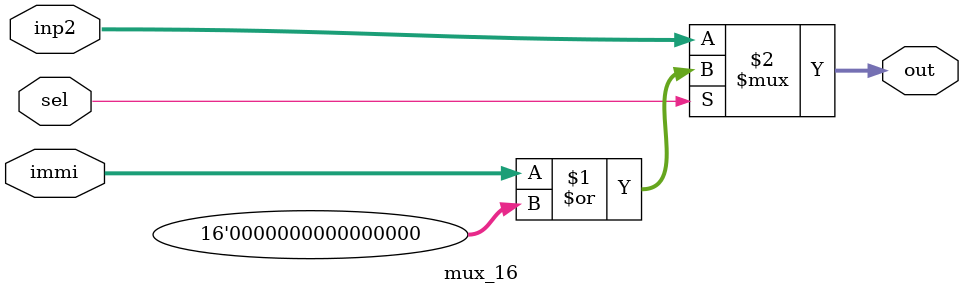
<source format=v>
`timescale 1ns / 1ps
module mux_16(
    input [15:0] inp2,
    input [3:0] immi,
    input sel,
	 output wire [15:0] out
    );

assign out = (sel) ? (immi | 16'b0000000000000000) : inp2;
endmodule

</source>
